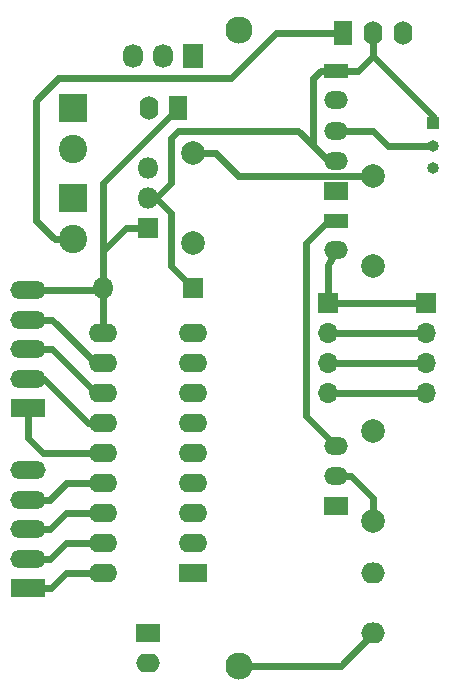
<source format=gbl>
G04 #@! TF.FileFunction,Copper,L2,Bot,Signal*
%FSLAX46Y46*%
G04 Gerber Fmt 4.6, Leading zero omitted, Abs format (unit mm)*
G04 Created by KiCad (PCBNEW 4.0.6) date 09/23/19 10:34:53*
%MOMM*%
%LPD*%
G01*
G04 APERTURE LIST*
%ADD10C,0.100000*%
%ADD11R,1.800000X1.800000*%
%ADD12O,1.800000X1.800000*%
%ADD13R,1.000000X1.000000*%
%ADD14O,1.000000X1.000000*%
%ADD15R,1.700000X1.700000*%
%ADD16O,1.700000X1.700000*%
%ADD17O,2.000000X1.778000*%
%ADD18R,1.500000X2.000000*%
%ADD19O,1.600000X2.000000*%
%ADD20R,2.000000X1.300000*%
%ADD21O,2.000000X1.500000*%
%ADD22R,1.600000X2.000000*%
%ADD23O,2.000000X1.600000*%
%ADD24R,2.000000X1.600000*%
%ADD25O,2.000000X1.520000*%
%ADD26R,2.000000X1.520000*%
%ADD27R,3.000000X1.500000*%
%ADD28O,3.000000X1.500000*%
%ADD29R,1.727200X2.032000*%
%ADD30O,1.727200X2.032000*%
%ADD31C,2.400000*%
%ADD32R,2.400000X2.400000*%
%ADD33C,2.300000*%
%ADD34R,2.400000X1.600000*%
%ADD35O,2.400000X1.600000*%
%ADD36C,2.000000*%
%ADD37C,0.609600*%
G04 APERTURE END LIST*
D10*
D11*
X138430000Y-83820000D03*
D12*
X130810000Y-83820000D03*
D13*
X158750000Y-69850000D03*
D14*
X158750000Y-71755000D03*
X158750000Y-73660000D03*
D15*
X149860000Y-85090000D03*
D16*
X149860000Y-87630000D03*
X149860000Y-90170000D03*
X149860000Y-92710000D03*
D15*
X158115000Y-85090000D03*
D16*
X158115000Y-87630000D03*
X158115000Y-90170000D03*
X158115000Y-92710000D03*
D17*
X153670000Y-113030000D03*
X153670000Y-107950000D03*
D18*
X151130000Y-62230000D03*
D19*
X153670000Y-62230000D03*
X156210000Y-62230000D03*
D20*
X150495000Y-78105000D03*
D21*
X150495000Y-80605000D03*
D20*
X150495000Y-65405000D03*
D21*
X150495000Y-67905000D03*
D22*
X137160000Y-68580000D03*
D19*
X134660000Y-68580000D03*
D23*
X134620000Y-115530000D03*
D24*
X134620000Y-113030000D03*
D25*
X150495000Y-73025000D03*
X150495000Y-70485000D03*
D26*
X150495000Y-75565000D03*
D25*
X150495000Y-99695000D03*
X150495000Y-97155000D03*
D26*
X150495000Y-102235000D03*
D27*
X124460000Y-93980000D03*
D28*
X124460000Y-91480000D03*
X124460000Y-88980000D03*
X124460000Y-86480000D03*
X124460000Y-83980000D03*
D29*
X138430000Y-64135000D03*
D30*
X135890000Y-64135000D03*
X133350000Y-64135000D03*
D31*
X128270000Y-72080000D03*
D32*
X128270000Y-68580000D03*
D31*
X128270000Y-79700000D03*
D32*
X128270000Y-76200000D03*
D33*
X142310000Y-62000000D03*
X142310000Y-115800000D03*
D34*
X138430000Y-107950000D03*
D35*
X130810000Y-87630000D03*
X138430000Y-105410000D03*
X130810000Y-90170000D03*
X138430000Y-102870000D03*
X130810000Y-92710000D03*
X138430000Y-100330000D03*
X130810000Y-95250000D03*
X138430000Y-97790000D03*
X130810000Y-97790000D03*
X138430000Y-95250000D03*
X130810000Y-100330000D03*
X138430000Y-92710000D03*
X130810000Y-102870000D03*
X138430000Y-90170000D03*
X130810000Y-105410000D03*
X138430000Y-87630000D03*
X130810000Y-107950000D03*
D27*
X124460000Y-109220000D03*
D28*
X124460000Y-106720000D03*
X124460000Y-104220000D03*
X124460000Y-101720000D03*
X124460000Y-99220000D03*
D11*
X134620000Y-78740000D03*
D12*
X134620000Y-76200000D03*
X134620000Y-73660000D03*
D36*
X138430000Y-72390000D03*
X138430000Y-80010000D03*
X153670000Y-103505000D03*
X153670000Y-95885000D03*
X153670000Y-74295000D03*
X153670000Y-81915000D03*
D37*
X149860000Y-85090000D02*
X149860000Y-81875000D01*
X149860000Y-81875000D02*
X150495000Y-80605000D01*
X158115000Y-85090000D02*
X149860000Y-85090000D01*
X142310000Y-115800000D02*
X150900000Y-115800000D01*
X150900000Y-115800000D02*
X153670000Y-113030000D01*
X150495000Y-78105000D02*
X149860000Y-78105000D01*
X147955000Y-80010000D02*
X149860000Y-78105000D01*
X147955000Y-94615000D02*
X150495000Y-97155000D01*
X147955000Y-94615000D02*
X147955000Y-83820000D01*
X147955000Y-83820000D02*
X147955000Y-80010000D01*
X150495000Y-70485000D02*
X153670000Y-70485000D01*
X153670000Y-70485000D02*
X154940000Y-71755000D01*
X154940000Y-71755000D02*
X158750000Y-71755000D01*
X130810000Y-80645000D02*
X130810000Y-74930000D01*
X130810000Y-74930000D02*
X137160000Y-68580000D01*
X130810000Y-83820000D02*
X130810000Y-80645000D01*
X132715000Y-78740000D02*
X134620000Y-78740000D01*
X130810000Y-80645000D02*
X132715000Y-78740000D01*
X130810000Y-83820000D02*
X130810000Y-87630000D01*
X124460000Y-83980000D02*
X130650000Y-83980000D01*
X130650000Y-83980000D02*
X130810000Y-83820000D01*
X149860000Y-90170000D02*
X158115000Y-90170000D01*
X149860000Y-87630000D02*
X158115000Y-87630000D01*
X134620000Y-76200000D02*
X135255000Y-76200000D01*
X135255000Y-76200000D02*
X136525000Y-74930000D01*
X147320000Y-70485000D02*
X149225000Y-72390000D01*
X137160000Y-70485000D02*
X147320000Y-70485000D01*
X136525000Y-71120000D02*
X137160000Y-70485000D01*
X136525000Y-74930000D02*
X136525000Y-71120000D01*
X150495000Y-73025000D02*
X149860000Y-73025000D01*
X149860000Y-73025000D02*
X149225000Y-72390000D01*
X149225000Y-72390000D02*
X148590000Y-71755000D01*
X149225000Y-65405000D02*
X150495000Y-65405000D01*
X148590000Y-66040000D02*
X149225000Y-65405000D01*
X148590000Y-71755000D02*
X148590000Y-66040000D01*
X158750000Y-69850000D02*
X158750000Y-69215000D01*
X158750000Y-69215000D02*
X153670000Y-64135000D01*
X150495000Y-65405000D02*
X152400000Y-65405000D01*
X153670000Y-64135000D02*
X153670000Y-62230000D01*
X152400000Y-65405000D02*
X153670000Y-64135000D01*
X138430000Y-83820000D02*
X136525000Y-81915000D01*
X136525000Y-81915000D02*
X136525000Y-78740000D01*
X136525000Y-78740000D02*
X136525000Y-77470000D01*
X136525000Y-77470000D02*
X135255000Y-76200000D01*
X124460000Y-109220000D02*
X126365000Y-109220000D01*
X127635000Y-107950000D02*
X130810000Y-107950000D01*
X126365000Y-109220000D02*
X127635000Y-107950000D01*
X124460000Y-106720000D02*
X126325000Y-106720000D01*
X127635000Y-105410000D02*
X130810000Y-105410000D01*
X126325000Y-106720000D02*
X127635000Y-105410000D01*
X124460000Y-104220000D02*
X126285000Y-104220000D01*
X127635000Y-102870000D02*
X130810000Y-102870000D01*
X126285000Y-104220000D02*
X127635000Y-102870000D01*
X124460000Y-101720000D02*
X126245000Y-101720000D01*
X127635000Y-100330000D02*
X130810000Y-100330000D01*
X126245000Y-101720000D02*
X127635000Y-100330000D01*
X124460000Y-93980000D02*
X124460000Y-96520000D01*
X125730000Y-97790000D02*
X130810000Y-97790000D01*
X124460000Y-96520000D02*
X125730000Y-97790000D01*
X124460000Y-91480000D02*
X125770000Y-91480000D01*
X125770000Y-91480000D02*
X129540000Y-95250000D01*
X129540000Y-95250000D02*
X130810000Y-95250000D01*
X124460000Y-88980000D02*
X126445000Y-88980000D01*
X126445000Y-88980000D02*
X130175000Y-92710000D01*
X130175000Y-92710000D02*
X130810000Y-92710000D01*
X124460000Y-86480000D02*
X126485000Y-86480000D01*
X126485000Y-86480000D02*
X130175000Y-90170000D01*
X130175000Y-90170000D02*
X130810000Y-90170000D01*
X128270000Y-79700000D02*
X126690000Y-79700000D01*
X145415000Y-62230000D02*
X151130000Y-62230000D01*
X141605000Y-66040000D02*
X145415000Y-62230000D01*
X127000000Y-66040000D02*
X141605000Y-66040000D01*
X125095000Y-67945000D02*
X127000000Y-66040000D01*
X125095000Y-78105000D02*
X125095000Y-67945000D01*
X126690000Y-79700000D02*
X125095000Y-78105000D01*
X149860000Y-92710000D02*
X158115000Y-92710000D01*
X150495000Y-99695000D02*
X151765000Y-99695000D01*
X153670000Y-101600000D02*
X153670000Y-103505000D01*
X151765000Y-99695000D02*
X153670000Y-101600000D01*
X153670000Y-74295000D02*
X142240000Y-74295000D01*
X140335000Y-72390000D02*
X138430000Y-72390000D01*
X142240000Y-74295000D02*
X140335000Y-72390000D01*
M02*

</source>
